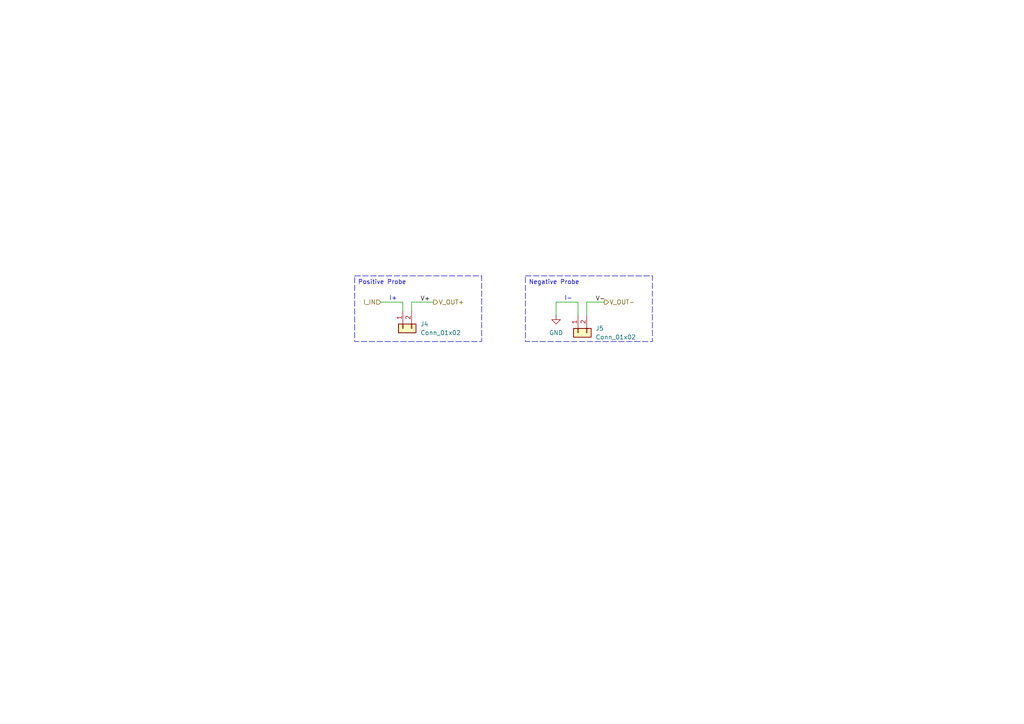
<source format=kicad_sch>
(kicad_sch (version 20250114) (generator "eeschema") (generator_version "9.0")
  (paper "A4")
  (title_block (rev "${REVISION}"))
  (lib_symbols
    (symbol "Connector_Generic:Conn_01x02" (pin_names (offset 1.016) (hide yes))
      (property "Reference" "J" (at 0 2.54 0))
      (property "Value" "Conn_01x02" (at 0 -5.08 0))
      (symbol "Conn_01x02_1_1"
        (rectangle (start -1.27 1.27) (end 1.27 -3.81) (stroke (width 0.254)) (fill (type background)))
        (rectangle (start -1.27 0.127) (end 0 -0.127) (stroke (width 0.1524)))
        (rectangle (start -1.27 -2.413) (end 0 -2.667) (stroke (width 0.1524)))
        (pin passive line (at -5.08 0 0) (length 3.81) (name "Pin_1") (number "1"))
        (pin passive line (at -5.08 -2.54 0) (length 3.81) (name "Pin_2") (number "2"))
      )
    )
    (symbol "power:GND" (power) (pin_numbers (hide yes)) (pin_names (offset 0) (hide yes))
      (property "Value" "GND" (at 0 -3.81 0))
      (symbol "GND_0_1"
        (polyline (pts (xy 0 0) (xy 0 -1.27) (xy 1.27 -1.27) (xy 0 -2.54) (xy -1.27 -1.27) (xy 0 -1.27)))
      )
      (symbol "GND_1_1"
        (pin power_in line (at 0 0 270) (length 0) (name "~") (number "1"))
      )
    )
  )
  (text "I+" (at 114.046 86.614 0) (effects (font (size 1.27 1.27))))
  (text "I-" (at 164.846 86.614 0) (effects (font (size 1.27 1.27))))
  (text_box "Positive Probe" (at 102.87 80.01 0) (size 36.83 19.05) (margins 0.9525 0.9525 0.9525 0.9525) (stroke (width 0) (type dash)) (effects (font (size 1.27 1.27)) (justify left top)))
  (text_box "Negative Probe" (at 152.4 80.01 0) (size 36.83 19.05) (margins 0.9525 0.9525 0.9525 0.9525) (stroke (width 0) (type dash)) (effects (font (size 1.27 1.27)) (justify left top)))
  (wire (pts (xy 167.64 87.63) (xy 161.29 87.63)))
  (wire (pts (xy 170.18 87.63) (xy 175.26 87.63)))
  (wire (pts (xy 116.84 87.63) (xy 110.49 87.63)))
  (wire (pts (xy 119.38 87.63) (xy 125.73 87.63)))
  (wire (pts (xy 119.38 90.17) (xy 119.38 87.63)))
  (wire (pts (xy 170.18 91.44) (xy 170.18 87.63)))
  (wire (pts (xy 161.29 87.63) (xy 161.29 91.44)))
  (wire (pts (xy 167.64 91.44) (xy 167.64 87.63)))
  (wire (pts (xy 116.84 90.17) (xy 116.84 87.63)))
  (label "V+" (at 121.92 87.63 0))
  (label "V-" (at 172.72 87.63 0))
  (hierarchical_label "V_OUT-" (shape output) (at 175.26 87.63 0))
  (hierarchical_label "I_IN" (shape input) (at 110.49 87.63 180))
  (hierarchical_label "V_OUT+" (shape output) (at 125.73 87.63 0))
  (symbol (lib_id "power:GND") (at 161.29 91.44 0) (unit 1)
    (property "Reference" "#PWR011" (effects (hide yes)))
    (property "Value" "GND" (at 161.29 96.52 0))
    (property "Description" "Power symbol creates a global label with name \"GND\" , ground" (effects (hide yes)))
  )
  (symbol (lib_id "Connector_Generic:Conn_01x02") (at 167.64 96.52 90) (mirror x) (unit 1)
    (property "Reference" "J5" (at 172.72 95.2499 90) (effects (justify right)))
    (property "Value" "Conn_01x02" (at 172.72 97.7899 90) (effects (justify right)))
    (property "Footprint" "Connector_PinSocket_2.54mm:PinSocket_1x02_P2.54mm_Vertical" (effects (hide yes)))
    (property "Description" "Generic connector, single row, 01x02, script generated (kicad-library-utils/schlib/autogen/connector/)" (effects (hide yes)))
  )
  (symbol (lib_id "Connector_Generic:Conn_01x02") (at 116.84 95.25 90) (mirror x) (unit 1)
    (property "Reference" "J4" (at 121.92 93.9799 90) (effects (justify right)))
    (property "Value" "Conn_01x02" (at 121.92 96.5199 90) (effects (justify right)))
    (property "Footprint" "Connector_PinSocket_2.54mm:PinSocket_1x02_P2.54mm_Vertical" (effects (hide yes)))
    (property "Description" "Generic connector, single row, 01x02, script generated (kicad-library-utils/schlib/autogen/connector/)" (effects (hide yes)))
  )
)
</source>
